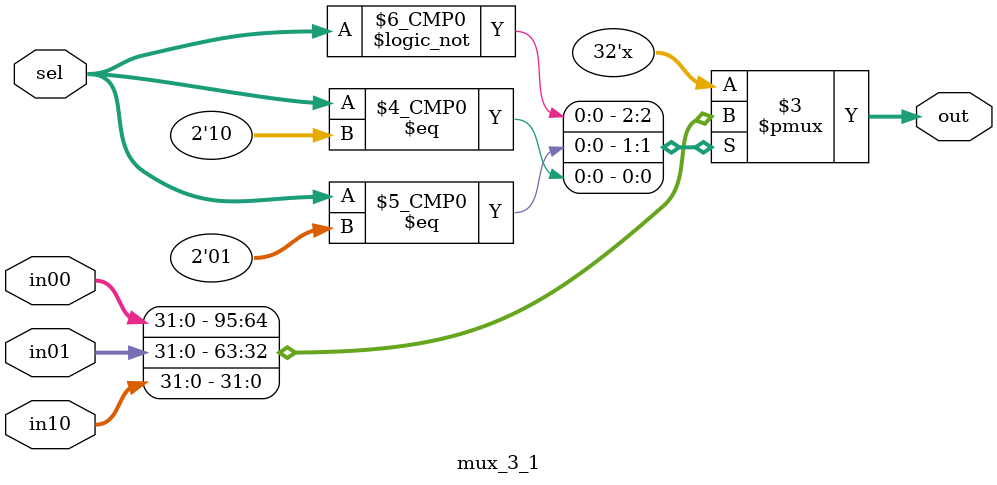
<source format=sv>
module mux_3_1 #(
    parameter word_width = 32
) (
    input logic [1:0] sel, 
    input logic [word_width-1: 0] in00, in01, in10,
    output logic [word_width-1: 0] out
);
    
    always_comb
        case (sel)
            2'b00: out = in00;
            2'b01: out = in01;
            2'b10: out = in10;
            2'b11: out = 32'bx; 
            default: out = 32'bx;
        endcase
endmodule
</source>
